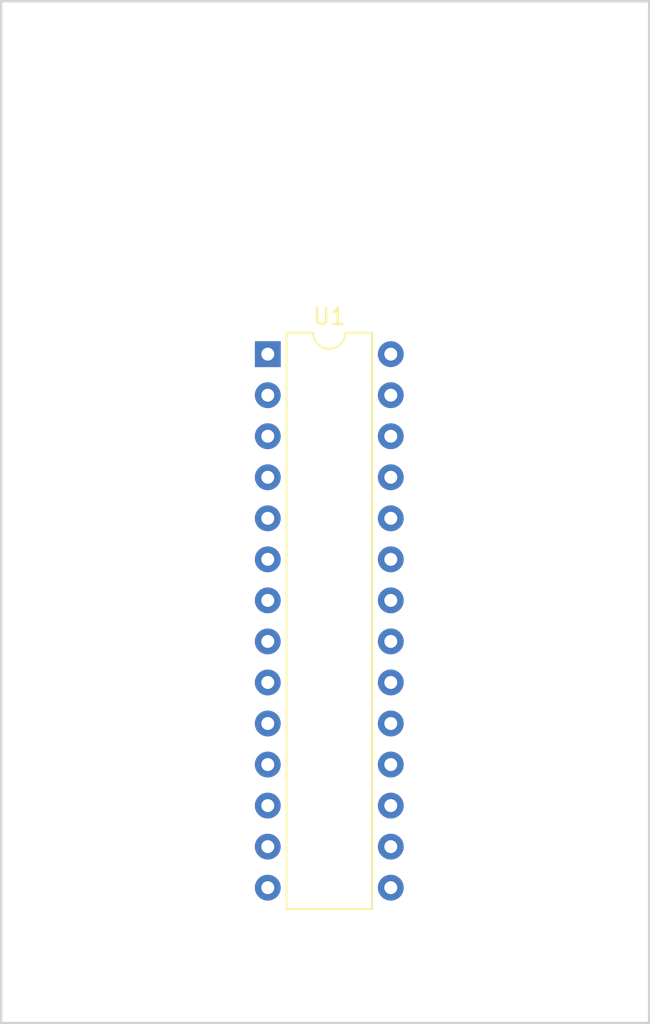
<source format=kicad_pcb>
(kicad_pcb (version 4) (host pcbnew 4.0.7-e2-6376~58~ubuntu16.04.1)

  (general
    (links 0)
    (no_connects 0)
    (area 136.206667 80.261 148.273334 119.991)
    (thickness 1.6)
    (drawings 5)
    (tracks 0)
    (zones 0)
    (modules 1)
    (nets 1)
  )

  (page A4)
  (layers
    (0 F.Cu signal)
    (31 B.Cu signal)
    (32 B.Adhes user)
    (33 F.Adhes user)
    (34 B.Paste user)
    (35 F.Paste user)
    (36 B.SilkS user)
    (37 F.SilkS user)
    (38 B.Mask user)
    (39 F.Mask user)
    (40 Dwgs.User user)
    (41 Cmts.User user)
    (42 Eco1.User user)
    (43 Eco2.User user)
    (44 Edge.Cuts user)
    (45 Margin user)
    (46 B.CrtYd user)
    (47 F.CrtYd user)
    (48 B.Fab user)
    (49 F.Fab user)
  )

  (setup
    (last_trace_width 0.25)
    (trace_clearance 0.2)
    (zone_clearance 0.508)
    (zone_45_only no)
    (trace_min 0.2)
    (segment_width 0.2)
    (edge_width 0.15)
    (via_size 0.6)
    (via_drill 0.4)
    (via_min_size 0.4)
    (via_min_drill 0.3)
    (uvia_size 0.3)
    (uvia_drill 0.1)
    (uvias_allowed no)
    (uvia_min_size 0.2)
    (uvia_min_drill 0.1)
    (pcb_text_width 0.3)
    (pcb_text_size 1.5 1.5)
    (mod_edge_width 0.15)
    (mod_text_size 1 1)
    (mod_text_width 0.15)
    (pad_size 1.524 1.524)
    (pad_drill 0.762)
    (pad_to_mask_clearance 0.2)
    (aux_axis_origin 0 0)
    (visible_elements FFFFFF7F)
    (pcbplotparams
      (layerselection 0x00030_80000001)
      (usegerberextensions false)
      (excludeedgelayer true)
      (linewidth 0.100000)
      (plotframeref false)
      (viasonmask false)
      (mode 1)
      (useauxorigin false)
      (hpglpennumber 1)
      (hpglpenspeed 20)
      (hpglpendiameter 15)
      (hpglpenoverlay 2)
      (psnegative false)
      (psa4output false)
      (plotreference true)
      (plotvalue true)
      (plotinvisibletext false)
      (padsonsilk false)
      (subtractmaskfromsilk false)
      (outputformat 1)
      (mirror false)
      (drillshape 1)
      (scaleselection 1)
      (outputdirectory ""))
  )

  (net 0 "")

  (net_class Default "This is the default net class."
    (clearance 0.2)
    (trace_width 0.25)
    (via_dia 0.6)
    (via_drill 0.4)
    (uvia_dia 0.3)
    (uvia_drill 0.1)
  )

  (module Housings_DIP:DIP-28_W7.62mm (layer F.Cu) (tedit 59C78D6B) (tstamp 5C646393)
    (at 156.21 81.026)
    (descr "28-lead though-hole mounted DIP package, row spacing 7.62 mm (300 mils)")
    (tags "THT DIP DIL PDIP 2.54mm 7.62mm 300mil")
    (path /5C646201)
    (fp_text reference U1 (at 3.81 -2.33) (layer F.SilkS)
      (effects (font (size 1 1) (thickness 0.15)))
    )
    (fp_text value ATMEGA328-PU (at 3.81 35.35) (layer F.Fab)
      (effects (font (size 1 1) (thickness 0.15)))
    )
    (fp_arc (start 3.81 -1.33) (end 2.81 -1.33) (angle -180) (layer F.SilkS) (width 0.12))
    (fp_line (start 1.635 -1.27) (end 6.985 -1.27) (layer F.Fab) (width 0.1))
    (fp_line (start 6.985 -1.27) (end 6.985 34.29) (layer F.Fab) (width 0.1))
    (fp_line (start 6.985 34.29) (end 0.635 34.29) (layer F.Fab) (width 0.1))
    (fp_line (start 0.635 34.29) (end 0.635 -0.27) (layer F.Fab) (width 0.1))
    (fp_line (start 0.635 -0.27) (end 1.635 -1.27) (layer F.Fab) (width 0.1))
    (fp_line (start 2.81 -1.33) (end 1.16 -1.33) (layer F.SilkS) (width 0.12))
    (fp_line (start 1.16 -1.33) (end 1.16 34.35) (layer F.SilkS) (width 0.12))
    (fp_line (start 1.16 34.35) (end 6.46 34.35) (layer F.SilkS) (width 0.12))
    (fp_line (start 6.46 34.35) (end 6.46 -1.33) (layer F.SilkS) (width 0.12))
    (fp_line (start 6.46 -1.33) (end 4.81 -1.33) (layer F.SilkS) (width 0.12))
    (fp_line (start -1.1 -1.55) (end -1.1 34.55) (layer F.CrtYd) (width 0.05))
    (fp_line (start -1.1 34.55) (end 8.7 34.55) (layer F.CrtYd) (width 0.05))
    (fp_line (start 8.7 34.55) (end 8.7 -1.55) (layer F.CrtYd) (width 0.05))
    (fp_line (start 8.7 -1.55) (end -1.1 -1.55) (layer F.CrtYd) (width 0.05))
    (fp_text user %R (at 3.81 16.51) (layer F.Fab)
      (effects (font (size 1 1) (thickness 0.15)))
    )
    (pad 1 thru_hole rect (at 0 0) (size 1.6 1.6) (drill 0.8) (layers *.Cu *.Mask))
    (pad 15 thru_hole oval (at 7.62 33.02) (size 1.6 1.6) (drill 0.8) (layers *.Cu *.Mask))
    (pad 2 thru_hole oval (at 0 2.54) (size 1.6 1.6) (drill 0.8) (layers *.Cu *.Mask))
    (pad 16 thru_hole oval (at 7.62 30.48) (size 1.6 1.6) (drill 0.8) (layers *.Cu *.Mask))
    (pad 3 thru_hole oval (at 0 5.08) (size 1.6 1.6) (drill 0.8) (layers *.Cu *.Mask))
    (pad 17 thru_hole oval (at 7.62 27.94) (size 1.6 1.6) (drill 0.8) (layers *.Cu *.Mask))
    (pad 4 thru_hole oval (at 0 7.62) (size 1.6 1.6) (drill 0.8) (layers *.Cu *.Mask))
    (pad 18 thru_hole oval (at 7.62 25.4) (size 1.6 1.6) (drill 0.8) (layers *.Cu *.Mask))
    (pad 5 thru_hole oval (at 0 10.16) (size 1.6 1.6) (drill 0.8) (layers *.Cu *.Mask))
    (pad 19 thru_hole oval (at 7.62 22.86) (size 1.6 1.6) (drill 0.8) (layers *.Cu *.Mask))
    (pad 6 thru_hole oval (at 0 12.7) (size 1.6 1.6) (drill 0.8) (layers *.Cu *.Mask))
    (pad 20 thru_hole oval (at 7.62 20.32) (size 1.6 1.6) (drill 0.8) (layers *.Cu *.Mask))
    (pad 7 thru_hole oval (at 0 15.24) (size 1.6 1.6) (drill 0.8) (layers *.Cu *.Mask))
    (pad 21 thru_hole oval (at 7.62 17.78) (size 1.6 1.6) (drill 0.8) (layers *.Cu *.Mask))
    (pad 8 thru_hole oval (at 0 17.78) (size 1.6 1.6) (drill 0.8) (layers *.Cu *.Mask))
    (pad 22 thru_hole oval (at 7.62 15.24) (size 1.6 1.6) (drill 0.8) (layers *.Cu *.Mask))
    (pad 9 thru_hole oval (at 0 20.32) (size 1.6 1.6) (drill 0.8) (layers *.Cu *.Mask))
    (pad 23 thru_hole oval (at 7.62 12.7) (size 1.6 1.6) (drill 0.8) (layers *.Cu *.Mask))
    (pad 10 thru_hole oval (at 0 22.86) (size 1.6 1.6) (drill 0.8) (layers *.Cu *.Mask))
    (pad 24 thru_hole oval (at 7.62 10.16) (size 1.6 1.6) (drill 0.8) (layers *.Cu *.Mask))
    (pad 11 thru_hole oval (at 0 25.4) (size 1.6 1.6) (drill 0.8) (layers *.Cu *.Mask))
    (pad 25 thru_hole oval (at 7.62 7.62) (size 1.6 1.6) (drill 0.8) (layers *.Cu *.Mask))
    (pad 12 thru_hole oval (at 0 27.94) (size 1.6 1.6) (drill 0.8) (layers *.Cu *.Mask))
    (pad 26 thru_hole oval (at 7.62 5.08) (size 1.6 1.6) (drill 0.8) (layers *.Cu *.Mask))
    (pad 13 thru_hole oval (at 0 30.48) (size 1.6 1.6) (drill 0.8) (layers *.Cu *.Mask))
    (pad 27 thru_hole oval (at 7.62 2.54) (size 1.6 1.6) (drill 0.8) (layers *.Cu *.Mask))
    (pad 14 thru_hole oval (at 0 33.02) (size 1.6 1.6) (drill 0.8) (layers *.Cu *.Mask))
    (pad 28 thru_hole oval (at 7.62 0) (size 1.6 1.6) (drill 0.8) (layers *.Cu *.Mask))
    (model ${KISYS3DMOD}/Housings_DIP.3dshapes/DIP-28_W7.62mm.wrl
      (at (xyz 0 0 0))
      (scale (xyz 1 1 1))
      (rotate (xyz 0 0 0))
    )
  )

  (gr_line (start 139.7 59.182) (end 143.51 59.182) (angle 90) (layer Edge.Cuts) (width 0.15))
  (gr_line (start 139.7 122.428) (end 139.7 59.182) (angle 90) (layer Edge.Cuts) (width 0.15))
  (gr_line (start 179.832 122.428) (end 139.7 122.428) (angle 90) (layer Edge.Cuts) (width 0.15))
  (gr_line (start 179.832 59.182) (end 179.832 122.428) (angle 90) (layer Edge.Cuts) (width 0.15))
  (gr_line (start 143.51 59.182) (end 179.832 59.182) (angle 90) (layer Edge.Cuts) (width 0.15))

)

</source>
